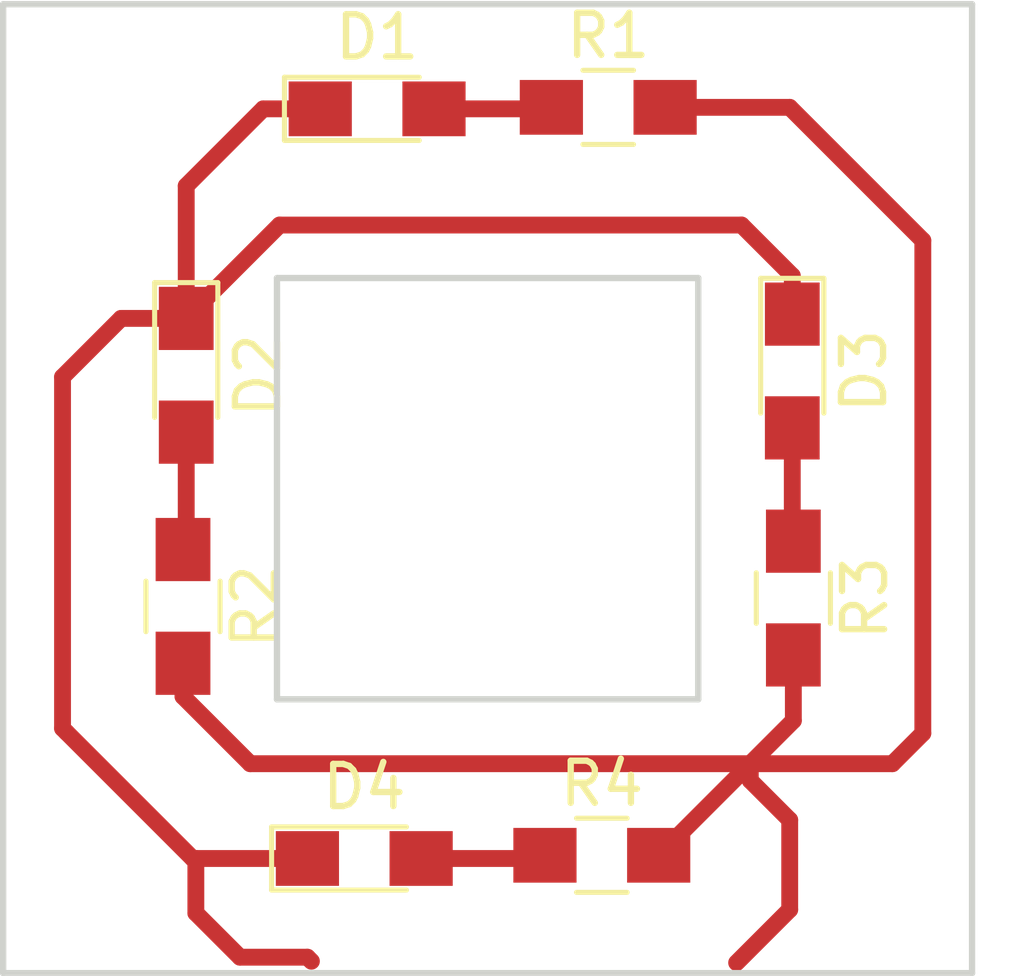
<source format=kicad_pcb>
(kicad_pcb (version 4) (host pcbnew 4.0.6)

  (general
    (links 10)
    (no_connects 0)
    (area 149.924999 59.57344 173.075001 83.30424)
    (thickness 1.6)
    (drawings 8)
    (tracks 41)
    (zones 0)
    (modules 8)
    (nets 7)
  )

  (page A4)
  (layers
    (0 F.Cu signal)
    (31 B.Cu signal)
    (32 B.Adhes user)
    (33 F.Adhes user)
    (34 B.Paste user)
    (35 F.Paste user)
    (36 B.SilkS user)
    (37 F.SilkS user)
    (38 B.Mask user)
    (39 F.Mask user)
    (40 Dwgs.User user)
    (41 Cmts.User user)
    (42 Eco1.User user)
    (43 Eco2.User user)
    (44 Edge.Cuts user)
    (45 Margin user)
    (46 B.CrtYd user)
    (47 F.CrtYd user)
    (48 B.Fab user)
    (49 F.Fab user)
  )

  (setup
    (last_trace_width 0.4)
    (trace_clearance 0.4)
    (zone_clearance 1)
    (zone_45_only no)
    (trace_min 0.2)
    (segment_width 0.2)
    (edge_width 0.15)
    (via_size 0.6)
    (via_drill 0.4)
    (via_min_size 0.4)
    (via_min_drill 0.3)
    (uvia_size 0.4)
    (uvia_drill 0.1)
    (uvias_allowed no)
    (uvia_min_size 0.4)
    (uvia_min_drill 0.1)
    (pcb_text_width 0.3)
    (pcb_text_size 1.5 1.5)
    (mod_edge_width 0.15)
    (mod_text_size 1 1)
    (mod_text_width 0.15)
    (pad_size 1.524 1.524)
    (pad_drill 0.762)
    (pad_to_mask_clearance 0.2)
    (aux_axis_origin 0 0)
    (visible_elements FFFFFF7F)
    (pcbplotparams
      (layerselection 0x00000_00000001)
      (usegerberextensions false)
      (excludeedgelayer true)
      (linewidth 0.100000)
      (plotframeref false)
      (viasonmask false)
      (mode 1)
      (useauxorigin false)
      (hpglpennumber 1)
      (hpglpenspeed 20)
      (hpglpendiameter 15)
      (hpglpenoverlay 2)
      (psnegative false)
      (psa4output false)
      (plotreference true)
      (plotvalue true)
      (plotinvisibletext false)
      (padsonsilk false)
      (subtractmaskfromsilk false)
      (outputformat 4)
      (mirror false)
      (drillshape 0)
      (scaleselection 1)
      (outputdirectory ""))
  )

  (net 0 "")
  (net 1 GNDREF)
  (net 2 "Net-(D1-Pad2)")
  (net 3 "Net-(D2-Pad2)")
  (net 4 "Net-(D3-Pad2)")
  (net 5 "Net-(D4-Pad2)")
  (net 6 +12V)

  (net_class Default "Dies ist die voreingestellte Netzklasse."
    (clearance 0.4)
    (trace_width 0.4)
    (via_dia 0.6)
    (via_drill 0.4)
    (uvia_dia 0.4)
    (uvia_drill 0.1)
    (add_net +12V)
    (add_net GNDREF)
    (add_net "Net-(D1-Pad2)")
    (add_net "Net-(D2-Pad2)")
    (add_net "Net-(D3-Pad2)")
    (add_net "Net-(D4-Pad2)")
  )

  (module LEDs:LED_0805_HandSoldering (layer F.Cu) (tedit 595FCA25) (tstamp 5A67A4B7)
    (at 158.877 62.484)
    (descr "Resistor SMD 0805, hand soldering")
    (tags "resistor 0805")
    (path /5A67A52A)
    (attr smd)
    (fp_text reference D1 (at 0 -1.7) (layer F.SilkS)
      (effects (font (size 1 1) (thickness 0.15)))
    )
    (fp_text value LED (at 0 1.75) (layer F.Fab)
      (effects (font (size 1 1) (thickness 0.15)))
    )
    (fp_line (start -0.4 -0.4) (end -0.4 0.4) (layer F.Fab) (width 0.1))
    (fp_line (start -0.4 0) (end 0.2 -0.4) (layer F.Fab) (width 0.1))
    (fp_line (start 0.2 0.4) (end -0.4 0) (layer F.Fab) (width 0.1))
    (fp_line (start 0.2 -0.4) (end 0.2 0.4) (layer F.Fab) (width 0.1))
    (fp_line (start -1 0.62) (end -1 -0.62) (layer F.Fab) (width 0.1))
    (fp_line (start 1 0.62) (end -1 0.62) (layer F.Fab) (width 0.1))
    (fp_line (start 1 -0.62) (end 1 0.62) (layer F.Fab) (width 0.1))
    (fp_line (start -1 -0.62) (end 1 -0.62) (layer F.Fab) (width 0.1))
    (fp_line (start 1 0.75) (end -2.2 0.75) (layer F.SilkS) (width 0.12))
    (fp_line (start -2.2 -0.75) (end 1 -0.75) (layer F.SilkS) (width 0.12))
    (fp_line (start -2.35 -0.9) (end 2.35 -0.9) (layer F.CrtYd) (width 0.05))
    (fp_line (start -2.35 -0.9) (end -2.35 0.9) (layer F.CrtYd) (width 0.05))
    (fp_line (start 2.35 0.9) (end 2.35 -0.9) (layer F.CrtYd) (width 0.05))
    (fp_line (start 2.35 0.9) (end -2.35 0.9) (layer F.CrtYd) (width 0.05))
    (fp_line (start -2.2 -0.75) (end -2.2 0.75) (layer F.SilkS) (width 0.12))
    (pad 1 smd rect (at -1.35 0) (size 1.5 1.3) (layers F.Cu F.Paste F.Mask)
      (net 1 GNDREF))
    (pad 2 smd rect (at 1.35 0) (size 1.5 1.3) (layers F.Cu F.Paste F.Mask)
      (net 2 "Net-(D1-Pad2)"))
    (model ${KISYS3DMOD}/LEDs.3dshapes/LED_0805.wrl
      (at (xyz 0 0 0))
      (scale (xyz 1 1 1))
      (rotate (xyz 0 0 0))
    )
  )

  (module LEDs:LED_0805_HandSoldering (layer F.Cu) (tedit 595FCA25) (tstamp 5A67A4BD)
    (at 154.34564 68.8086 270)
    (descr "Resistor SMD 0805, hand soldering")
    (tags "resistor 0805")
    (path /5A67A51D)
    (attr smd)
    (fp_text reference D2 (at 0 -1.7 270) (layer F.SilkS)
      (effects (font (size 1 1) (thickness 0.15)))
    )
    (fp_text value LED (at 0 1.75 270) (layer F.Fab)
      (effects (font (size 1 1) (thickness 0.15)))
    )
    (fp_line (start -0.4 -0.4) (end -0.4 0.4) (layer F.Fab) (width 0.1))
    (fp_line (start -0.4 0) (end 0.2 -0.4) (layer F.Fab) (width 0.1))
    (fp_line (start 0.2 0.4) (end -0.4 0) (layer F.Fab) (width 0.1))
    (fp_line (start 0.2 -0.4) (end 0.2 0.4) (layer F.Fab) (width 0.1))
    (fp_line (start -1 0.62) (end -1 -0.62) (layer F.Fab) (width 0.1))
    (fp_line (start 1 0.62) (end -1 0.62) (layer F.Fab) (width 0.1))
    (fp_line (start 1 -0.62) (end 1 0.62) (layer F.Fab) (width 0.1))
    (fp_line (start -1 -0.62) (end 1 -0.62) (layer F.Fab) (width 0.1))
    (fp_line (start 1 0.75) (end -2.2 0.75) (layer F.SilkS) (width 0.12))
    (fp_line (start -2.2 -0.75) (end 1 -0.75) (layer F.SilkS) (width 0.12))
    (fp_line (start -2.35 -0.9) (end 2.35 -0.9) (layer F.CrtYd) (width 0.05))
    (fp_line (start -2.35 -0.9) (end -2.35 0.9) (layer F.CrtYd) (width 0.05))
    (fp_line (start 2.35 0.9) (end 2.35 -0.9) (layer F.CrtYd) (width 0.05))
    (fp_line (start 2.35 0.9) (end -2.35 0.9) (layer F.CrtYd) (width 0.05))
    (fp_line (start -2.2 -0.75) (end -2.2 0.75) (layer F.SilkS) (width 0.12))
    (pad 1 smd rect (at -1.35 0 270) (size 1.5 1.3) (layers F.Cu F.Paste F.Mask)
      (net 1 GNDREF))
    (pad 2 smd rect (at 1.35 0 270) (size 1.5 1.3) (layers F.Cu F.Paste F.Mask)
      (net 3 "Net-(D2-Pad2)"))
    (model ${KISYS3DMOD}/LEDs.3dshapes/LED_0805.wrl
      (at (xyz 0 0 0))
      (scale (xyz 1 1 1))
      (rotate (xyz 0 0 0))
    )
  )

  (module LEDs:LED_0805_HandSoldering (layer F.Cu) (tedit 595FCA25) (tstamp 5A67A4C3)
    (at 168.7322 68.707 270)
    (descr "Resistor SMD 0805, hand soldering")
    (tags "resistor 0805")
    (path /5A67A494)
    (attr smd)
    (fp_text reference D3 (at 0 -1.7 270) (layer F.SilkS)
      (effects (font (size 1 1) (thickness 0.15)))
    )
    (fp_text value LED (at 0 1.75 270) (layer F.Fab)
      (effects (font (size 1 1) (thickness 0.15)))
    )
    (fp_line (start -0.4 -0.4) (end -0.4 0.4) (layer F.Fab) (width 0.1))
    (fp_line (start -0.4 0) (end 0.2 -0.4) (layer F.Fab) (width 0.1))
    (fp_line (start 0.2 0.4) (end -0.4 0) (layer F.Fab) (width 0.1))
    (fp_line (start 0.2 -0.4) (end 0.2 0.4) (layer F.Fab) (width 0.1))
    (fp_line (start -1 0.62) (end -1 -0.62) (layer F.Fab) (width 0.1))
    (fp_line (start 1 0.62) (end -1 0.62) (layer F.Fab) (width 0.1))
    (fp_line (start 1 -0.62) (end 1 0.62) (layer F.Fab) (width 0.1))
    (fp_line (start -1 -0.62) (end 1 -0.62) (layer F.Fab) (width 0.1))
    (fp_line (start 1 0.75) (end -2.2 0.75) (layer F.SilkS) (width 0.12))
    (fp_line (start -2.2 -0.75) (end 1 -0.75) (layer F.SilkS) (width 0.12))
    (fp_line (start -2.35 -0.9) (end 2.35 -0.9) (layer F.CrtYd) (width 0.05))
    (fp_line (start -2.35 -0.9) (end -2.35 0.9) (layer F.CrtYd) (width 0.05))
    (fp_line (start 2.35 0.9) (end 2.35 -0.9) (layer F.CrtYd) (width 0.05))
    (fp_line (start 2.35 0.9) (end -2.35 0.9) (layer F.CrtYd) (width 0.05))
    (fp_line (start -2.2 -0.75) (end -2.2 0.75) (layer F.SilkS) (width 0.12))
    (pad 1 smd rect (at -1.35 0 270) (size 1.5 1.3) (layers F.Cu F.Paste F.Mask)
      (net 1 GNDREF))
    (pad 2 smd rect (at 1.35 0 270) (size 1.5 1.3) (layers F.Cu F.Paste F.Mask)
      (net 4 "Net-(D3-Pad2)"))
    (model ${KISYS3DMOD}/LEDs.3dshapes/LED_0805.wrl
      (at (xyz 0 0 0))
      (scale (xyz 1 1 1))
      (rotate (xyz 0 0 0))
    )
  )

  (module LEDs:LED_0805_HandSoldering (layer F.Cu) (tedit 595FCA25) (tstamp 5A67A4C9)
    (at 158.5722 80.27924)
    (descr "Resistor SMD 0805, hand soldering")
    (tags "resistor 0805")
    (path /5A67A232)
    (attr smd)
    (fp_text reference D4 (at 0 -1.7) (layer F.SilkS)
      (effects (font (size 1 1) (thickness 0.15)))
    )
    (fp_text value LED (at 0 1.75) (layer F.Fab)
      (effects (font (size 1 1) (thickness 0.15)))
    )
    (fp_line (start -0.4 -0.4) (end -0.4 0.4) (layer F.Fab) (width 0.1))
    (fp_line (start -0.4 0) (end 0.2 -0.4) (layer F.Fab) (width 0.1))
    (fp_line (start 0.2 0.4) (end -0.4 0) (layer F.Fab) (width 0.1))
    (fp_line (start 0.2 -0.4) (end 0.2 0.4) (layer F.Fab) (width 0.1))
    (fp_line (start -1 0.62) (end -1 -0.62) (layer F.Fab) (width 0.1))
    (fp_line (start 1 0.62) (end -1 0.62) (layer F.Fab) (width 0.1))
    (fp_line (start 1 -0.62) (end 1 0.62) (layer F.Fab) (width 0.1))
    (fp_line (start -1 -0.62) (end 1 -0.62) (layer F.Fab) (width 0.1))
    (fp_line (start 1 0.75) (end -2.2 0.75) (layer F.SilkS) (width 0.12))
    (fp_line (start -2.2 -0.75) (end 1 -0.75) (layer F.SilkS) (width 0.12))
    (fp_line (start -2.35 -0.9) (end 2.35 -0.9) (layer F.CrtYd) (width 0.05))
    (fp_line (start -2.35 -0.9) (end -2.35 0.9) (layer F.CrtYd) (width 0.05))
    (fp_line (start 2.35 0.9) (end 2.35 -0.9) (layer F.CrtYd) (width 0.05))
    (fp_line (start 2.35 0.9) (end -2.35 0.9) (layer F.CrtYd) (width 0.05))
    (fp_line (start -2.2 -0.75) (end -2.2 0.75) (layer F.SilkS) (width 0.12))
    (pad 1 smd rect (at -1.35 0) (size 1.5 1.3) (layers F.Cu F.Paste F.Mask)
      (net 1 GNDREF))
    (pad 2 smd rect (at 1.35 0) (size 1.5 1.3) (layers F.Cu F.Paste F.Mask)
      (net 5 "Net-(D4-Pad2)"))
    (model ${KISYS3DMOD}/LEDs.3dshapes/LED_0805.wrl
      (at (xyz 0 0 0))
      (scale (xyz 1 1 1))
      (rotate (xyz 0 0 0))
    )
  )

  (module Resistors_SMD:R_0805_HandSoldering (layer F.Cu) (tedit 5A67A7AA) (tstamp 5A67A4CF)
    (at 164.3634 62.44844)
    (descr "Resistor SMD 0805, hand soldering")
    (tags "resistor 0805")
    (path /5A67A530)
    (attr smd)
    (fp_text reference R1 (at 0 -1.7) (layer F.SilkS)
      (effects (font (size 1 1) (thickness 0.15)))
    )
    (fp_text value R (at 0 1.75) (layer F.Fab)
      (effects (font (size 1 1) (thickness 0.15)))
    )
    (fp_text user %R (at 1.9558 0.16764) (layer F.Fab)
      (effects (font (size 0.5 0.5) (thickness 0.075)))
    )
    (fp_line (start -1 0.62) (end -1 -0.62) (layer F.Fab) (width 0.1))
    (fp_line (start 1 0.62) (end -1 0.62) (layer F.Fab) (width 0.1))
    (fp_line (start 1 -0.62) (end 1 0.62) (layer F.Fab) (width 0.1))
    (fp_line (start -1 -0.62) (end 1 -0.62) (layer F.Fab) (width 0.1))
    (fp_line (start 0.6 0.88) (end -0.6 0.88) (layer F.SilkS) (width 0.12))
    (fp_line (start -0.6 -0.88) (end 0.6 -0.88) (layer F.SilkS) (width 0.12))
    (fp_line (start -2.35 -0.9) (end 2.35 -0.9) (layer F.CrtYd) (width 0.05))
    (fp_line (start -2.35 -0.9) (end -2.35 0.9) (layer F.CrtYd) (width 0.05))
    (fp_line (start 2.35 0.9) (end 2.35 -0.9) (layer F.CrtYd) (width 0.05))
    (fp_line (start 2.35 0.9) (end -2.35 0.9) (layer F.CrtYd) (width 0.05))
    (pad 1 smd rect (at -1.35 0) (size 1.5 1.3) (layers F.Cu F.Paste F.Mask)
      (net 2 "Net-(D1-Pad2)"))
    (pad 2 smd rect (at 1.35 0) (size 1.5 1.3) (layers F.Cu F.Paste F.Mask)
      (net 6 +12V))
    (model ${KISYS3DMOD}/Resistors_SMD.3dshapes/R_0805.wrl
      (at (xyz 0 0 0))
      (scale (xyz 1 1 1))
      (rotate (xyz 0 0 0))
    )
  )

  (module Resistors_SMD:R_0805_HandSoldering (layer F.Cu) (tedit 5A67A79D) (tstamp 5A67A4D5)
    (at 154.26944 74.295 270)
    (descr "Resistor SMD 0805, hand soldering")
    (tags "resistor 0805")
    (path /5A67A523)
    (attr smd)
    (fp_text reference R2 (at 0 -1.7 270) (layer F.SilkS)
      (effects (font (size 1 1) (thickness 0.15)))
    )
    (fp_text value R (at 0 1.75 270) (layer F.Fab)
      (effects (font (size 1 1) (thickness 0.15)))
    )
    (fp_text user %R (at 4.953 -3.73888 270) (layer F.Fab)
      (effects (font (size 0.5 0.5) (thickness 0.075)))
    )
    (fp_line (start -1 0.62) (end -1 -0.62) (layer F.Fab) (width 0.1))
    (fp_line (start 1 0.62) (end -1 0.62) (layer F.Fab) (width 0.1))
    (fp_line (start 1 -0.62) (end 1 0.62) (layer F.Fab) (width 0.1))
    (fp_line (start -1 -0.62) (end 1 -0.62) (layer F.Fab) (width 0.1))
    (fp_line (start 0.6 0.88) (end -0.6 0.88) (layer F.SilkS) (width 0.12))
    (fp_line (start -0.6 -0.88) (end 0.6 -0.88) (layer F.SilkS) (width 0.12))
    (fp_line (start -2.35 -0.9) (end 2.35 -0.9) (layer F.CrtYd) (width 0.05))
    (fp_line (start -2.35 -0.9) (end -2.35 0.9) (layer F.CrtYd) (width 0.05))
    (fp_line (start 2.35 0.9) (end 2.35 -0.9) (layer F.CrtYd) (width 0.05))
    (fp_line (start 2.35 0.9) (end -2.35 0.9) (layer F.CrtYd) (width 0.05))
    (pad 1 smd rect (at -1.35 0 270) (size 1.5 1.3) (layers F.Cu F.Paste F.Mask)
      (net 3 "Net-(D2-Pad2)"))
    (pad 2 smd rect (at 1.35 0 270) (size 1.5 1.3) (layers F.Cu F.Paste F.Mask)
      (net 6 +12V))
    (model ${KISYS3DMOD}/Resistors_SMD.3dshapes/R_0805.wrl
      (at (xyz 0 0 0))
      (scale (xyz 1 1 1))
      (rotate (xyz 0 0 0))
    )
  )

  (module Resistors_SMD:R_0805_HandSoldering (layer F.Cu) (tedit 5A67A7B4) (tstamp 5A67A4DB)
    (at 168.7576 74.09688 270)
    (descr "Resistor SMD 0805, hand soldering")
    (tags "resistor 0805")
    (path /5A67A49A)
    (attr smd)
    (fp_text reference R3 (at 0 -1.7 270) (layer F.SilkS)
      (effects (font (size 1 1) (thickness 0.15)))
    )
    (fp_text value R (at 0 1.75 270) (layer F.Fab)
      (effects (font (size 1 1) (thickness 0.15)))
    )
    (fp_text user %R (at 3.82016 -5.0546 270) (layer F.Fab)
      (effects (font (size 0.5 0.5) (thickness 0.075)))
    )
    (fp_line (start -1 0.62) (end -1 -0.62) (layer F.Fab) (width 0.1))
    (fp_line (start 1 0.62) (end -1 0.62) (layer F.Fab) (width 0.1))
    (fp_line (start 1 -0.62) (end 1 0.62) (layer F.Fab) (width 0.1))
    (fp_line (start -1 -0.62) (end 1 -0.62) (layer F.Fab) (width 0.1))
    (fp_line (start 0.6 0.88) (end -0.6 0.88) (layer F.SilkS) (width 0.12))
    (fp_line (start -0.6 -0.88) (end 0.6 -0.88) (layer F.SilkS) (width 0.12))
    (fp_line (start -2.35 -0.9) (end 2.35 -0.9) (layer F.CrtYd) (width 0.05))
    (fp_line (start -2.35 -0.9) (end -2.35 0.9) (layer F.CrtYd) (width 0.05))
    (fp_line (start 2.35 0.9) (end 2.35 -0.9) (layer F.CrtYd) (width 0.05))
    (fp_line (start 2.35 0.9) (end -2.35 0.9) (layer F.CrtYd) (width 0.05))
    (pad 1 smd rect (at -1.35 0 270) (size 1.5 1.3) (layers F.Cu F.Paste F.Mask)
      (net 4 "Net-(D3-Pad2)"))
    (pad 2 smd rect (at 1.35 0 270) (size 1.5 1.3) (layers F.Cu F.Paste F.Mask)
      (net 6 +12V))
    (model ${KISYS3DMOD}/Resistors_SMD.3dshapes/R_0805.wrl
      (at (xyz 0 0 0))
      (scale (xyz 1 1 1))
      (rotate (xyz 0 0 0))
    )
  )

  (module Resistors_SMD:R_0805_HandSoldering (layer F.Cu) (tedit 58E0A804) (tstamp 5A67A4E1)
    (at 164.211 80.20304)
    (descr "Resistor SMD 0805, hand soldering")
    (tags "resistor 0805")
    (path /5A67A277)
    (attr smd)
    (fp_text reference R4 (at 0 -1.7) (layer F.SilkS)
      (effects (font (size 1 1) (thickness 0.15)))
    )
    (fp_text value R (at 0 1.75) (layer F.Fab)
      (effects (font (size 1 1) (thickness 0.15)))
    )
    (fp_text user %R (at 0 0) (layer F.Fab)
      (effects (font (size 0.5 0.5) (thickness 0.075)))
    )
    (fp_line (start -1 0.62) (end -1 -0.62) (layer F.Fab) (width 0.1))
    (fp_line (start 1 0.62) (end -1 0.62) (layer F.Fab) (width 0.1))
    (fp_line (start 1 -0.62) (end 1 0.62) (layer F.Fab) (width 0.1))
    (fp_line (start -1 -0.62) (end 1 -0.62) (layer F.Fab) (width 0.1))
    (fp_line (start 0.6 0.88) (end -0.6 0.88) (layer F.SilkS) (width 0.12))
    (fp_line (start -0.6 -0.88) (end 0.6 -0.88) (layer F.SilkS) (width 0.12))
    (fp_line (start -2.35 -0.9) (end 2.35 -0.9) (layer F.CrtYd) (width 0.05))
    (fp_line (start -2.35 -0.9) (end -2.35 0.9) (layer F.CrtYd) (width 0.05))
    (fp_line (start 2.35 0.9) (end 2.35 -0.9) (layer F.CrtYd) (width 0.05))
    (fp_line (start 2.35 0.9) (end -2.35 0.9) (layer F.CrtYd) (width 0.05))
    (pad 1 smd rect (at -1.35 0) (size 1.5 1.3) (layers F.Cu F.Paste F.Mask)
      (net 5 "Net-(D4-Pad2)"))
    (pad 2 smd rect (at 1.35 0) (size 1.5 1.3) (layers F.Cu F.Paste F.Mask)
      (net 6 +12V))
    (model ${KISYS3DMOD}/Resistors_SMD.3dshapes/R_0805.wrl
      (at (xyz 0 0 0))
      (scale (xyz 1 1 1))
      (rotate (xyz 0 0 0))
    )
  )

  (gr_line (start 156.5 66.5) (end 166.5 66.5) (angle 90) (layer Edge.Cuts) (width 0.15))
  (gr_line (start 156.5 66.5) (end 156.5 76.5) (angle 90) (layer Edge.Cuts) (width 0.15))
  (gr_line (start 166.5 66.5) (end 166.5 76.5) (angle 90) (layer Edge.Cuts) (width 0.15))
  (gr_line (start 166.5 76.5) (end 156.5 76.5) (angle 90) (layer Edge.Cuts) (width 0.15))
  (gr_line (start 150 60) (end 173 60) (angle 90) (layer Edge.Cuts) (width 0.15))
  (gr_line (start 173 60) (end 173 83) (angle 90) (layer Edge.Cuts) (width 0.15))
  (gr_line (start 150 83) (end 173 83) (angle 90) (layer Edge.Cuts) (width 0.15))
  (gr_line (start 150 60) (end 150 83) (angle 90) (layer Edge.Cuts) (width 0.15))

  (segment (start 154.57424 80.27924) (end 154.57424 81.57464) (width 0.4) (layer F.Cu) (net 1))
  (segment (start 155.622 82.6224) (end 157.2222 82.6224) (width 0.4) (layer F.Cu) (net 1) (tstamp 5A67AEA4))
  (segment (start 154.57424 81.57464) (end 155.622 82.6224) (width 0.4) (layer F.Cu) (net 1) (tstamp 5A67AEA2))
  (segment (start 157.2222 82.6224) (end 157.31744 82.71764) (width 0.4) (layer F.Cu) (net 1) (tstamp 5A67AE72))
  (segment (start 154.34564 67.4586) (end 152.80004 67.4586) (width 0.4) (layer F.Cu) (net 1))
  (segment (start 154.49804 80.27924) (end 154.57424 80.27924) (width 0.4) (layer F.Cu) (net 1) (tstamp 5A67AC1F))
  (segment (start 154.57424 80.27924) (end 157.2222 80.27924) (width 0.4) (layer F.Cu) (net 1) (tstamp 5A67AEA0))
  (segment (start 151.4094 77.1906) (end 151.50592 77.28712) (width 0.4) (layer F.Cu) (net 1) (tstamp 5A67AC1B))
  (segment (start 151.50592 77.28712) (end 154.49804 80.27924) (width 0.4) (layer F.Cu) (net 1) (tstamp 5A67AC28))
  (segment (start 151.4094 68.84924) (end 151.4094 77.1906) (width 0.4) (layer F.Cu) (net 1) (tstamp 5A67AC1A))
  (segment (start 152.80004 67.4586) (end 151.4094 68.84924) (width 0.4) (layer F.Cu) (net 1) (tstamp 5A67AC18))
  (segment (start 168.7322 67.357) (end 168.7322 66.4464) (width 0.4) (layer F.Cu) (net 1))
  (segment (start 156.5618 65.24244) (end 154.34564 67.4586) (width 0.4) (layer F.Cu) (net 1) (tstamp 5A67AC0A))
  (segment (start 167.52824 65.24244) (end 156.5618 65.24244) (width 0.4) (layer F.Cu) (net 1) (tstamp 5A67AC05))
  (segment (start 168.7322 66.4464) (end 167.52824 65.24244) (width 0.4) (layer F.Cu) (net 1) (tstamp 5A67AC04))
  (segment (start 157.527 62.484) (end 156.17444 62.484) (width 0.4) (layer F.Cu) (net 1))
  (segment (start 154.34564 64.3128) (end 154.34564 67.4586) (width 0.4) (layer F.Cu) (net 1) (tstamp 5A67AC00))
  (segment (start 156.17444 62.484) (end 154.34564 64.3128) (width 0.4) (layer F.Cu) (net 1) (tstamp 5A67ABFD))
  (segment (start 160.227 62.484) (end 162.97784 62.484) (width 0.4) (layer F.Cu) (net 2))
  (segment (start 162.97784 62.484) (end 163.0134 62.44844) (width 0.4) (layer F.Cu) (net 2) (tstamp 5A67AE5D))
  (segment (start 154.34564 70.1586) (end 154.34564 72.8688) (width 0.4) (layer F.Cu) (net 3))
  (segment (start 154.34564 72.8688) (end 154.26944 72.945) (width 0.4) (layer F.Cu) (net 3) (tstamp 5A67AE5A))
  (segment (start 168.7322 70.057) (end 168.7322 72.72148) (width 0.4) (layer F.Cu) (net 4))
  (segment (start 168.7322 72.72148) (end 168.7576 72.74688) (width 0.4) (layer F.Cu) (net 4) (tstamp 5A67A92F))
  (segment (start 159.9222 80.27924) (end 162.7848 80.27924) (width 0.4) (layer F.Cu) (net 5))
  (segment (start 162.7848 80.27924) (end 162.861 80.20304) (width 0.4) (layer F.Cu) (net 5) (tstamp 5A67AE60))
  (segment (start 167.73524 78.0288) (end 167.73524 78.42884) (width 0.4) (layer F.Cu) (net 6))
  (segment (start 168.67124 81.49336) (end 167.4114 82.7532) (width 0.4) (layer F.Cu) (net 6) (tstamp 5A67AE99))
  (segment (start 168.67124 79.36484) (end 168.67124 81.49336) (width 0.4) (layer F.Cu) (net 6) (tstamp 5A67AE97))
  (segment (start 167.73524 78.42884) (end 168.67124 79.36484) (width 0.4) (layer F.Cu) (net 6) (tstamp 5A67AE8D))
  (segment (start 165.7134 62.44844) (end 168.67124 62.44844) (width 0.4) (layer F.Cu) (net 6))
  (segment (start 171.10964 78.0288) (end 167.73524 78.0288) (width 0.4) (layer F.Cu) (net 6) (tstamp 5A67ABAA))
  (segment (start 171.831 77.30744) (end 171.10964 78.0288) (width 0.4) (layer F.Cu) (net 6) (tstamp 5A67ABA9))
  (segment (start 171.831 65.6082) (end 171.831 77.30744) (width 0.4) (layer F.Cu) (net 6) (tstamp 5A67ABA7))
  (segment (start 168.67124 62.44844) (end 171.831 65.6082) (width 0.4) (layer F.Cu) (net 6) (tstamp 5A67ABA5))
  (segment (start 154.26944 75.645) (end 154.26944 76.43368) (width 0.4) (layer F.Cu) (net 6))
  (segment (start 155.86456 78.0288) (end 167.73524 78.0288) (width 0.4) (layer F.Cu) (net 6) (tstamp 5A67ABA0))
  (segment (start 154.26944 76.43368) (end 155.86456 78.0288) (width 0.4) (layer F.Cu) (net 6) (tstamp 5A67AB9F))
  (segment (start 168.7576 75.44688) (end 168.7576 77.00644) (width 0.4) (layer F.Cu) (net 6))
  (segment (start 168.7576 77.00644) (end 167.73524 78.0288) (width 0.4) (layer F.Cu) (net 6) (tstamp 5A67AB9C))
  (segment (start 167.73524 78.0288) (end 165.561 80.20304) (width 0.4) (layer F.Cu) (net 6) (tstamp 5A67ABA3))

)

</source>
